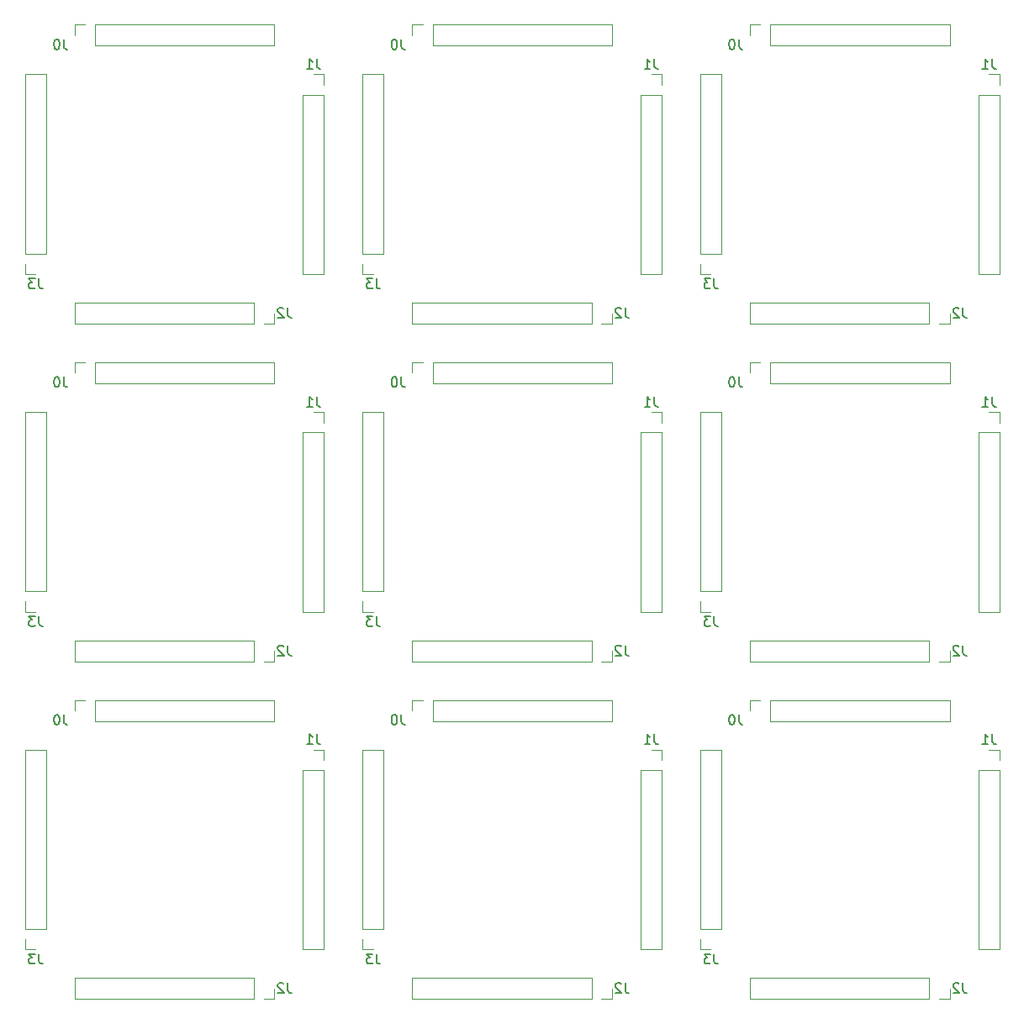
<source format=gbo>
G04 #@! TF.GenerationSoftware,KiCad,Pcbnew,(5.1.5)-3*
G04 #@! TF.CreationDate,2021-06-29T22:10:07+07:00*
G04 #@! TF.ProjectId,noname,6e6f6e61-6d65-42e6-9b69-6361645f7063,rev?*
G04 #@! TF.SameCoordinates,Original*
G04 #@! TF.FileFunction,Legend,Bot*
G04 #@! TF.FilePolarity,Positive*
%FSLAX46Y46*%
G04 Gerber Fmt 4.6, Leading zero omitted, Abs format (unit mm)*
G04 Created by KiCad (PCBNEW (5.1.5)-3) date 2021-06-29 22:10:07*
%MOMM*%
%LPD*%
G04 APERTURE LIST*
%ADD10C,0.120000*%
%ADD11C,0.150000*%
%ADD12C,0.600000*%
%ADD13R,1.450000X1.450000*%
%ADD14O,1.450000X1.450000*%
G04 APERTURE END LIST*
D10*
X153955200Y-126242600D02*
X153955200Y-127302600D01*
X155015200Y-126242600D02*
X153955200Y-126242600D01*
X156015200Y-126242600D02*
X156015200Y-128362600D01*
X156015200Y-128362600D02*
X174075200Y-128362600D01*
X156015200Y-126242600D02*
X174075200Y-126242600D01*
X174075200Y-126242600D02*
X174075200Y-128362600D01*
X119955200Y-126242600D02*
X119955200Y-127302600D01*
X121015200Y-126242600D02*
X119955200Y-126242600D01*
X122015200Y-126242600D02*
X122015200Y-128362600D01*
X122015200Y-128362600D02*
X140075200Y-128362600D01*
X122015200Y-126242600D02*
X140075200Y-126242600D01*
X140075200Y-126242600D02*
X140075200Y-128362600D01*
X85955200Y-126242600D02*
X85955200Y-127302600D01*
X87015200Y-126242600D02*
X85955200Y-126242600D01*
X88015200Y-126242600D02*
X88015200Y-128362600D01*
X88015200Y-128362600D02*
X106075200Y-128362600D01*
X88015200Y-126242600D02*
X106075200Y-126242600D01*
X106075200Y-126242600D02*
X106075200Y-128362600D01*
X153955200Y-92242600D02*
X153955200Y-93302600D01*
X155015200Y-92242600D02*
X153955200Y-92242600D01*
X156015200Y-92242600D02*
X156015200Y-94362600D01*
X156015200Y-94362600D02*
X174075200Y-94362600D01*
X156015200Y-92242600D02*
X174075200Y-92242600D01*
X174075200Y-92242600D02*
X174075200Y-94362600D01*
X119955200Y-92242600D02*
X119955200Y-93302600D01*
X121015200Y-92242600D02*
X119955200Y-92242600D01*
X122015200Y-92242600D02*
X122015200Y-94362600D01*
X122015200Y-94362600D02*
X140075200Y-94362600D01*
X122015200Y-92242600D02*
X140075200Y-92242600D01*
X140075200Y-92242600D02*
X140075200Y-94362600D01*
X85955200Y-92242600D02*
X85955200Y-93302600D01*
X87015200Y-92242600D02*
X85955200Y-92242600D01*
X88015200Y-92242600D02*
X88015200Y-94362600D01*
X88015200Y-94362600D02*
X106075200Y-94362600D01*
X88015200Y-92242600D02*
X106075200Y-92242600D01*
X106075200Y-92242600D02*
X106075200Y-94362600D01*
X153955200Y-58242600D02*
X153955200Y-59302600D01*
X155015200Y-58242600D02*
X153955200Y-58242600D01*
X156015200Y-58242600D02*
X156015200Y-60362600D01*
X156015200Y-60362600D02*
X174075200Y-60362600D01*
X156015200Y-58242600D02*
X174075200Y-58242600D01*
X174075200Y-58242600D02*
X174075200Y-60362600D01*
X119955200Y-58242600D02*
X119955200Y-59302600D01*
X121015200Y-58242600D02*
X119955200Y-58242600D01*
X122015200Y-58242600D02*
X122015200Y-60362600D01*
X122015200Y-60362600D02*
X140075200Y-60362600D01*
X122015200Y-58242600D02*
X140075200Y-58242600D01*
X140075200Y-58242600D02*
X140075200Y-60362600D01*
X153955200Y-156362600D02*
X153955200Y-154242600D01*
X172015200Y-156362600D02*
X153955200Y-156362600D01*
X172015200Y-154242600D02*
X153955200Y-154242600D01*
X172015200Y-156362600D02*
X172015200Y-154242600D01*
X173015200Y-156362600D02*
X174075200Y-156362600D01*
X174075200Y-156362600D02*
X174075200Y-155302600D01*
X119955200Y-156362600D02*
X119955200Y-154242600D01*
X138015200Y-156362600D02*
X119955200Y-156362600D01*
X138015200Y-154242600D02*
X119955200Y-154242600D01*
X138015200Y-156362600D02*
X138015200Y-154242600D01*
X139015200Y-156362600D02*
X140075200Y-156362600D01*
X140075200Y-156362600D02*
X140075200Y-155302600D01*
X85955200Y-156362600D02*
X85955200Y-154242600D01*
X104015200Y-156362600D02*
X85955200Y-156362600D01*
X104015200Y-154242600D02*
X85955200Y-154242600D01*
X104015200Y-156362600D02*
X104015200Y-154242600D01*
X105015200Y-156362600D02*
X106075200Y-156362600D01*
X106075200Y-156362600D02*
X106075200Y-155302600D01*
X153955200Y-122362600D02*
X153955200Y-120242600D01*
X172015200Y-122362600D02*
X153955200Y-122362600D01*
X172015200Y-120242600D02*
X153955200Y-120242600D01*
X172015200Y-122362600D02*
X172015200Y-120242600D01*
X173015200Y-122362600D02*
X174075200Y-122362600D01*
X174075200Y-122362600D02*
X174075200Y-121302600D01*
X119955200Y-122362600D02*
X119955200Y-120242600D01*
X138015200Y-122362600D02*
X119955200Y-122362600D01*
X138015200Y-120242600D02*
X119955200Y-120242600D01*
X138015200Y-122362600D02*
X138015200Y-120242600D01*
X139015200Y-122362600D02*
X140075200Y-122362600D01*
X140075200Y-122362600D02*
X140075200Y-121302600D01*
X85955200Y-122362600D02*
X85955200Y-120242600D01*
X104015200Y-122362600D02*
X85955200Y-122362600D01*
X104015200Y-120242600D02*
X85955200Y-120242600D01*
X104015200Y-122362600D02*
X104015200Y-120242600D01*
X105015200Y-122362600D02*
X106075200Y-122362600D01*
X106075200Y-122362600D02*
X106075200Y-121302600D01*
X153955200Y-88362600D02*
X153955200Y-86242600D01*
X172015200Y-88362600D02*
X153955200Y-88362600D01*
X172015200Y-86242600D02*
X153955200Y-86242600D01*
X172015200Y-88362600D02*
X172015200Y-86242600D01*
X173015200Y-88362600D02*
X174075200Y-88362600D01*
X174075200Y-88362600D02*
X174075200Y-87302600D01*
X119955200Y-88362600D02*
X119955200Y-86242600D01*
X138015200Y-88362600D02*
X119955200Y-88362600D01*
X138015200Y-86242600D02*
X119955200Y-86242600D01*
X138015200Y-88362600D02*
X138015200Y-86242600D01*
X139015200Y-88362600D02*
X140075200Y-88362600D01*
X140075200Y-88362600D02*
X140075200Y-87302600D01*
X148955200Y-151362600D02*
X150015200Y-151362600D01*
X148955200Y-150302600D02*
X148955200Y-151362600D01*
X148955200Y-149302600D02*
X151075200Y-149302600D01*
X151075200Y-149302600D02*
X151075200Y-131242600D01*
X148955200Y-149302600D02*
X148955200Y-131242600D01*
X148955200Y-131242600D02*
X151075200Y-131242600D01*
X114955200Y-151362600D02*
X116015200Y-151362600D01*
X114955200Y-150302600D02*
X114955200Y-151362600D01*
X114955200Y-149302600D02*
X117075200Y-149302600D01*
X117075200Y-149302600D02*
X117075200Y-131242600D01*
X114955200Y-149302600D02*
X114955200Y-131242600D01*
X114955200Y-131242600D02*
X117075200Y-131242600D01*
X80955200Y-151362600D02*
X82015200Y-151362600D01*
X80955200Y-150302600D02*
X80955200Y-151362600D01*
X80955200Y-149302600D02*
X83075200Y-149302600D01*
X83075200Y-149302600D02*
X83075200Y-131242600D01*
X80955200Y-149302600D02*
X80955200Y-131242600D01*
X80955200Y-131242600D02*
X83075200Y-131242600D01*
X148955200Y-117362600D02*
X150015200Y-117362600D01*
X148955200Y-116302600D02*
X148955200Y-117362600D01*
X148955200Y-115302600D02*
X151075200Y-115302600D01*
X151075200Y-115302600D02*
X151075200Y-97242600D01*
X148955200Y-115302600D02*
X148955200Y-97242600D01*
X148955200Y-97242600D02*
X151075200Y-97242600D01*
X114955200Y-117362600D02*
X116015200Y-117362600D01*
X114955200Y-116302600D02*
X114955200Y-117362600D01*
X114955200Y-115302600D02*
X117075200Y-115302600D01*
X117075200Y-115302600D02*
X117075200Y-97242600D01*
X114955200Y-115302600D02*
X114955200Y-97242600D01*
X114955200Y-97242600D02*
X117075200Y-97242600D01*
X80955200Y-117362600D02*
X82015200Y-117362600D01*
X80955200Y-116302600D02*
X80955200Y-117362600D01*
X80955200Y-115302600D02*
X83075200Y-115302600D01*
X83075200Y-115302600D02*
X83075200Y-97242600D01*
X80955200Y-115302600D02*
X80955200Y-97242600D01*
X80955200Y-97242600D02*
X83075200Y-97242600D01*
X148955200Y-83362600D02*
X150015200Y-83362600D01*
X148955200Y-82302600D02*
X148955200Y-83362600D01*
X148955200Y-81302600D02*
X151075200Y-81302600D01*
X151075200Y-81302600D02*
X151075200Y-63242600D01*
X148955200Y-81302600D02*
X148955200Y-63242600D01*
X148955200Y-63242600D02*
X151075200Y-63242600D01*
X114955200Y-83362600D02*
X116015200Y-83362600D01*
X114955200Y-82302600D02*
X114955200Y-83362600D01*
X114955200Y-81302600D02*
X117075200Y-81302600D01*
X117075200Y-81302600D02*
X117075200Y-63242600D01*
X114955200Y-81302600D02*
X114955200Y-63242600D01*
X114955200Y-63242600D02*
X117075200Y-63242600D01*
X179075200Y-131242600D02*
X178015200Y-131242600D01*
X179075200Y-132302600D02*
X179075200Y-131242600D01*
X179075200Y-133302600D02*
X176955200Y-133302600D01*
X176955200Y-133302600D02*
X176955200Y-151362600D01*
X179075200Y-133302600D02*
X179075200Y-151362600D01*
X179075200Y-151362600D02*
X176955200Y-151362600D01*
X145075200Y-131242600D02*
X144015200Y-131242600D01*
X145075200Y-132302600D02*
X145075200Y-131242600D01*
X145075200Y-133302600D02*
X142955200Y-133302600D01*
X142955200Y-133302600D02*
X142955200Y-151362600D01*
X145075200Y-133302600D02*
X145075200Y-151362600D01*
X145075200Y-151362600D02*
X142955200Y-151362600D01*
X111075200Y-131242600D02*
X110015200Y-131242600D01*
X111075200Y-132302600D02*
X111075200Y-131242600D01*
X111075200Y-133302600D02*
X108955200Y-133302600D01*
X108955200Y-133302600D02*
X108955200Y-151362600D01*
X111075200Y-133302600D02*
X111075200Y-151362600D01*
X111075200Y-151362600D02*
X108955200Y-151362600D01*
X179075200Y-97242600D02*
X178015200Y-97242600D01*
X179075200Y-98302600D02*
X179075200Y-97242600D01*
X179075200Y-99302600D02*
X176955200Y-99302600D01*
X176955200Y-99302600D02*
X176955200Y-117362600D01*
X179075200Y-99302600D02*
X179075200Y-117362600D01*
X179075200Y-117362600D02*
X176955200Y-117362600D01*
X145075200Y-97242600D02*
X144015200Y-97242600D01*
X145075200Y-98302600D02*
X145075200Y-97242600D01*
X145075200Y-99302600D02*
X142955200Y-99302600D01*
X142955200Y-99302600D02*
X142955200Y-117362600D01*
X145075200Y-99302600D02*
X145075200Y-117362600D01*
X145075200Y-117362600D02*
X142955200Y-117362600D01*
X111075200Y-97242600D02*
X110015200Y-97242600D01*
X111075200Y-98302600D02*
X111075200Y-97242600D01*
X111075200Y-99302600D02*
X108955200Y-99302600D01*
X108955200Y-99302600D02*
X108955200Y-117362600D01*
X111075200Y-99302600D02*
X111075200Y-117362600D01*
X111075200Y-117362600D02*
X108955200Y-117362600D01*
X179075200Y-63242600D02*
X178015200Y-63242600D01*
X179075200Y-64302600D02*
X179075200Y-63242600D01*
X179075200Y-65302600D02*
X176955200Y-65302600D01*
X176955200Y-65302600D02*
X176955200Y-83362600D01*
X179075200Y-65302600D02*
X179075200Y-83362600D01*
X179075200Y-83362600D02*
X176955200Y-83362600D01*
X145075200Y-63242600D02*
X144015200Y-63242600D01*
X145075200Y-64302600D02*
X145075200Y-63242600D01*
X145075200Y-65302600D02*
X142955200Y-65302600D01*
X142955200Y-65302600D02*
X142955200Y-83362600D01*
X145075200Y-65302600D02*
X145075200Y-83362600D01*
X145075200Y-83362600D02*
X142955200Y-83362600D01*
X111075200Y-83362600D02*
X108955200Y-83362600D01*
X111075200Y-65302600D02*
X111075200Y-83362600D01*
X108955200Y-65302600D02*
X108955200Y-83362600D01*
X111075200Y-65302600D02*
X108955200Y-65302600D01*
X111075200Y-64302600D02*
X111075200Y-63242600D01*
X111075200Y-63242600D02*
X110015200Y-63242600D01*
X80955200Y-63242600D02*
X83075200Y-63242600D01*
X80955200Y-81302600D02*
X80955200Y-63242600D01*
X83075200Y-81302600D02*
X83075200Y-63242600D01*
X80955200Y-81302600D02*
X83075200Y-81302600D01*
X80955200Y-82302600D02*
X80955200Y-83362600D01*
X80955200Y-83362600D02*
X82015200Y-83362600D01*
X106075200Y-88362600D02*
X106075200Y-87302600D01*
X105015200Y-88362600D02*
X106075200Y-88362600D01*
X104015200Y-88362600D02*
X104015200Y-86242600D01*
X104015200Y-86242600D02*
X85955200Y-86242600D01*
X104015200Y-88362600D02*
X85955200Y-88362600D01*
X85955200Y-88362600D02*
X85955200Y-86242600D01*
X106075200Y-58242600D02*
X106075200Y-60362600D01*
X88015200Y-58242600D02*
X106075200Y-58242600D01*
X88015200Y-60362600D02*
X106075200Y-60362600D01*
X88015200Y-58242600D02*
X88015200Y-60362600D01*
X87015200Y-58242600D02*
X85955200Y-58242600D01*
X85955200Y-58242600D02*
X85955200Y-59302600D01*
D11*
X152858533Y-127724980D02*
X152858533Y-128439266D01*
X152906152Y-128582123D01*
X153001390Y-128677361D01*
X153144247Y-128724980D01*
X153239485Y-128724980D01*
X152191866Y-127724980D02*
X152096628Y-127724980D01*
X152001390Y-127772600D01*
X151953771Y-127820219D01*
X151906152Y-127915457D01*
X151858533Y-128105933D01*
X151858533Y-128344028D01*
X151906152Y-128534504D01*
X151953771Y-128629742D01*
X152001390Y-128677361D01*
X152096628Y-128724980D01*
X152191866Y-128724980D01*
X152287104Y-128677361D01*
X152334723Y-128629742D01*
X152382342Y-128534504D01*
X152429961Y-128344028D01*
X152429961Y-128105933D01*
X152382342Y-127915457D01*
X152334723Y-127820219D01*
X152287104Y-127772600D01*
X152191866Y-127724980D01*
X118858533Y-127724980D02*
X118858533Y-128439266D01*
X118906152Y-128582123D01*
X119001390Y-128677361D01*
X119144247Y-128724980D01*
X119239485Y-128724980D01*
X118191866Y-127724980D02*
X118096628Y-127724980D01*
X118001390Y-127772600D01*
X117953771Y-127820219D01*
X117906152Y-127915457D01*
X117858533Y-128105933D01*
X117858533Y-128344028D01*
X117906152Y-128534504D01*
X117953771Y-128629742D01*
X118001390Y-128677361D01*
X118096628Y-128724980D01*
X118191866Y-128724980D01*
X118287104Y-128677361D01*
X118334723Y-128629742D01*
X118382342Y-128534504D01*
X118429961Y-128344028D01*
X118429961Y-128105933D01*
X118382342Y-127915457D01*
X118334723Y-127820219D01*
X118287104Y-127772600D01*
X118191866Y-127724980D01*
X84858533Y-127724980D02*
X84858533Y-128439266D01*
X84906152Y-128582123D01*
X85001390Y-128677361D01*
X85144247Y-128724980D01*
X85239485Y-128724980D01*
X84191866Y-127724980D02*
X84096628Y-127724980D01*
X84001390Y-127772600D01*
X83953771Y-127820219D01*
X83906152Y-127915457D01*
X83858533Y-128105933D01*
X83858533Y-128344028D01*
X83906152Y-128534504D01*
X83953771Y-128629742D01*
X84001390Y-128677361D01*
X84096628Y-128724980D01*
X84191866Y-128724980D01*
X84287104Y-128677361D01*
X84334723Y-128629742D01*
X84382342Y-128534504D01*
X84429961Y-128344028D01*
X84429961Y-128105933D01*
X84382342Y-127915457D01*
X84334723Y-127820219D01*
X84287104Y-127772600D01*
X84191866Y-127724980D01*
X152858533Y-93724980D02*
X152858533Y-94439266D01*
X152906152Y-94582123D01*
X153001390Y-94677361D01*
X153144247Y-94724980D01*
X153239485Y-94724980D01*
X152191866Y-93724980D02*
X152096628Y-93724980D01*
X152001390Y-93772600D01*
X151953771Y-93820219D01*
X151906152Y-93915457D01*
X151858533Y-94105933D01*
X151858533Y-94344028D01*
X151906152Y-94534504D01*
X151953771Y-94629742D01*
X152001390Y-94677361D01*
X152096628Y-94724980D01*
X152191866Y-94724980D01*
X152287104Y-94677361D01*
X152334723Y-94629742D01*
X152382342Y-94534504D01*
X152429961Y-94344028D01*
X152429961Y-94105933D01*
X152382342Y-93915457D01*
X152334723Y-93820219D01*
X152287104Y-93772600D01*
X152191866Y-93724980D01*
X118858533Y-93724980D02*
X118858533Y-94439266D01*
X118906152Y-94582123D01*
X119001390Y-94677361D01*
X119144247Y-94724980D01*
X119239485Y-94724980D01*
X118191866Y-93724980D02*
X118096628Y-93724980D01*
X118001390Y-93772600D01*
X117953771Y-93820219D01*
X117906152Y-93915457D01*
X117858533Y-94105933D01*
X117858533Y-94344028D01*
X117906152Y-94534504D01*
X117953771Y-94629742D01*
X118001390Y-94677361D01*
X118096628Y-94724980D01*
X118191866Y-94724980D01*
X118287104Y-94677361D01*
X118334723Y-94629742D01*
X118382342Y-94534504D01*
X118429961Y-94344028D01*
X118429961Y-94105933D01*
X118382342Y-93915457D01*
X118334723Y-93820219D01*
X118287104Y-93772600D01*
X118191866Y-93724980D01*
X84858533Y-93724980D02*
X84858533Y-94439266D01*
X84906152Y-94582123D01*
X85001390Y-94677361D01*
X85144247Y-94724980D01*
X85239485Y-94724980D01*
X84191866Y-93724980D02*
X84096628Y-93724980D01*
X84001390Y-93772600D01*
X83953771Y-93820219D01*
X83906152Y-93915457D01*
X83858533Y-94105933D01*
X83858533Y-94344028D01*
X83906152Y-94534504D01*
X83953771Y-94629742D01*
X84001390Y-94677361D01*
X84096628Y-94724980D01*
X84191866Y-94724980D01*
X84287104Y-94677361D01*
X84334723Y-94629742D01*
X84382342Y-94534504D01*
X84429961Y-94344028D01*
X84429961Y-94105933D01*
X84382342Y-93915457D01*
X84334723Y-93820219D01*
X84287104Y-93772600D01*
X84191866Y-93724980D01*
X152858533Y-59724980D02*
X152858533Y-60439266D01*
X152906152Y-60582123D01*
X153001390Y-60677361D01*
X153144247Y-60724980D01*
X153239485Y-60724980D01*
X152191866Y-59724980D02*
X152096628Y-59724980D01*
X152001390Y-59772600D01*
X151953771Y-59820219D01*
X151906152Y-59915457D01*
X151858533Y-60105933D01*
X151858533Y-60344028D01*
X151906152Y-60534504D01*
X151953771Y-60629742D01*
X152001390Y-60677361D01*
X152096628Y-60724980D01*
X152191866Y-60724980D01*
X152287104Y-60677361D01*
X152334723Y-60629742D01*
X152382342Y-60534504D01*
X152429961Y-60344028D01*
X152429961Y-60105933D01*
X152382342Y-59915457D01*
X152334723Y-59820219D01*
X152287104Y-59772600D01*
X152191866Y-59724980D01*
X118858533Y-59724980D02*
X118858533Y-60439266D01*
X118906152Y-60582123D01*
X119001390Y-60677361D01*
X119144247Y-60724980D01*
X119239485Y-60724980D01*
X118191866Y-59724980D02*
X118096628Y-59724980D01*
X118001390Y-59772600D01*
X117953771Y-59820219D01*
X117906152Y-59915457D01*
X117858533Y-60105933D01*
X117858533Y-60344028D01*
X117906152Y-60534504D01*
X117953771Y-60629742D01*
X118001390Y-60677361D01*
X118096628Y-60724980D01*
X118191866Y-60724980D01*
X118287104Y-60677361D01*
X118334723Y-60629742D01*
X118382342Y-60534504D01*
X118429961Y-60344028D01*
X118429961Y-60105933D01*
X118382342Y-59915457D01*
X118334723Y-59820219D01*
X118287104Y-59772600D01*
X118191866Y-59724980D01*
X175408533Y-154754980D02*
X175408533Y-155469266D01*
X175456152Y-155612123D01*
X175551390Y-155707361D01*
X175694247Y-155754980D01*
X175789485Y-155754980D01*
X174979961Y-154850219D02*
X174932342Y-154802600D01*
X174837104Y-154754980D01*
X174599009Y-154754980D01*
X174503771Y-154802600D01*
X174456152Y-154850219D01*
X174408533Y-154945457D01*
X174408533Y-155040695D01*
X174456152Y-155183552D01*
X175027580Y-155754980D01*
X174408533Y-155754980D01*
X141408533Y-154754980D02*
X141408533Y-155469266D01*
X141456152Y-155612123D01*
X141551390Y-155707361D01*
X141694247Y-155754980D01*
X141789485Y-155754980D01*
X140979961Y-154850219D02*
X140932342Y-154802600D01*
X140837104Y-154754980D01*
X140599009Y-154754980D01*
X140503771Y-154802600D01*
X140456152Y-154850219D01*
X140408533Y-154945457D01*
X140408533Y-155040695D01*
X140456152Y-155183552D01*
X141027580Y-155754980D01*
X140408533Y-155754980D01*
X107408533Y-154754980D02*
X107408533Y-155469266D01*
X107456152Y-155612123D01*
X107551390Y-155707361D01*
X107694247Y-155754980D01*
X107789485Y-155754980D01*
X106979961Y-154850219D02*
X106932342Y-154802600D01*
X106837104Y-154754980D01*
X106599009Y-154754980D01*
X106503771Y-154802600D01*
X106456152Y-154850219D01*
X106408533Y-154945457D01*
X106408533Y-155040695D01*
X106456152Y-155183552D01*
X107027580Y-155754980D01*
X106408533Y-155754980D01*
X175408533Y-120754980D02*
X175408533Y-121469266D01*
X175456152Y-121612123D01*
X175551390Y-121707361D01*
X175694247Y-121754980D01*
X175789485Y-121754980D01*
X174979961Y-120850219D02*
X174932342Y-120802600D01*
X174837104Y-120754980D01*
X174599009Y-120754980D01*
X174503771Y-120802600D01*
X174456152Y-120850219D01*
X174408533Y-120945457D01*
X174408533Y-121040695D01*
X174456152Y-121183552D01*
X175027580Y-121754980D01*
X174408533Y-121754980D01*
X141408533Y-120754980D02*
X141408533Y-121469266D01*
X141456152Y-121612123D01*
X141551390Y-121707361D01*
X141694247Y-121754980D01*
X141789485Y-121754980D01*
X140979961Y-120850219D02*
X140932342Y-120802600D01*
X140837104Y-120754980D01*
X140599009Y-120754980D01*
X140503771Y-120802600D01*
X140456152Y-120850219D01*
X140408533Y-120945457D01*
X140408533Y-121040695D01*
X140456152Y-121183552D01*
X141027580Y-121754980D01*
X140408533Y-121754980D01*
X107408533Y-120754980D02*
X107408533Y-121469266D01*
X107456152Y-121612123D01*
X107551390Y-121707361D01*
X107694247Y-121754980D01*
X107789485Y-121754980D01*
X106979961Y-120850219D02*
X106932342Y-120802600D01*
X106837104Y-120754980D01*
X106599009Y-120754980D01*
X106503771Y-120802600D01*
X106456152Y-120850219D01*
X106408533Y-120945457D01*
X106408533Y-121040695D01*
X106456152Y-121183552D01*
X107027580Y-121754980D01*
X106408533Y-121754980D01*
X175408533Y-86754980D02*
X175408533Y-87469266D01*
X175456152Y-87612123D01*
X175551390Y-87707361D01*
X175694247Y-87754980D01*
X175789485Y-87754980D01*
X174979961Y-86850219D02*
X174932342Y-86802600D01*
X174837104Y-86754980D01*
X174599009Y-86754980D01*
X174503771Y-86802600D01*
X174456152Y-86850219D01*
X174408533Y-86945457D01*
X174408533Y-87040695D01*
X174456152Y-87183552D01*
X175027580Y-87754980D01*
X174408533Y-87754980D01*
X141408533Y-86754980D02*
X141408533Y-87469266D01*
X141456152Y-87612123D01*
X141551390Y-87707361D01*
X141694247Y-87754980D01*
X141789485Y-87754980D01*
X140979961Y-86850219D02*
X140932342Y-86802600D01*
X140837104Y-86754980D01*
X140599009Y-86754980D01*
X140503771Y-86802600D01*
X140456152Y-86850219D01*
X140408533Y-86945457D01*
X140408533Y-87040695D01*
X140456152Y-87183552D01*
X141027580Y-87754980D01*
X140408533Y-87754980D01*
X150348533Y-151814980D02*
X150348533Y-152529266D01*
X150396152Y-152672123D01*
X150491390Y-152767361D01*
X150634247Y-152814980D01*
X150729485Y-152814980D01*
X149967580Y-151814980D02*
X149348533Y-151814980D01*
X149681866Y-152195933D01*
X149539009Y-152195933D01*
X149443771Y-152243552D01*
X149396152Y-152291171D01*
X149348533Y-152386409D01*
X149348533Y-152624504D01*
X149396152Y-152719742D01*
X149443771Y-152767361D01*
X149539009Y-152814980D01*
X149824723Y-152814980D01*
X149919961Y-152767361D01*
X149967580Y-152719742D01*
X116348533Y-151814980D02*
X116348533Y-152529266D01*
X116396152Y-152672123D01*
X116491390Y-152767361D01*
X116634247Y-152814980D01*
X116729485Y-152814980D01*
X115967580Y-151814980D02*
X115348533Y-151814980D01*
X115681866Y-152195933D01*
X115539009Y-152195933D01*
X115443771Y-152243552D01*
X115396152Y-152291171D01*
X115348533Y-152386409D01*
X115348533Y-152624504D01*
X115396152Y-152719742D01*
X115443771Y-152767361D01*
X115539009Y-152814980D01*
X115824723Y-152814980D01*
X115919961Y-152767361D01*
X115967580Y-152719742D01*
X82348533Y-151814980D02*
X82348533Y-152529266D01*
X82396152Y-152672123D01*
X82491390Y-152767361D01*
X82634247Y-152814980D01*
X82729485Y-152814980D01*
X81967580Y-151814980D02*
X81348533Y-151814980D01*
X81681866Y-152195933D01*
X81539009Y-152195933D01*
X81443771Y-152243552D01*
X81396152Y-152291171D01*
X81348533Y-152386409D01*
X81348533Y-152624504D01*
X81396152Y-152719742D01*
X81443771Y-152767361D01*
X81539009Y-152814980D01*
X81824723Y-152814980D01*
X81919961Y-152767361D01*
X81967580Y-152719742D01*
X150348533Y-117814980D02*
X150348533Y-118529266D01*
X150396152Y-118672123D01*
X150491390Y-118767361D01*
X150634247Y-118814980D01*
X150729485Y-118814980D01*
X149967580Y-117814980D02*
X149348533Y-117814980D01*
X149681866Y-118195933D01*
X149539009Y-118195933D01*
X149443771Y-118243552D01*
X149396152Y-118291171D01*
X149348533Y-118386409D01*
X149348533Y-118624504D01*
X149396152Y-118719742D01*
X149443771Y-118767361D01*
X149539009Y-118814980D01*
X149824723Y-118814980D01*
X149919961Y-118767361D01*
X149967580Y-118719742D01*
X116348533Y-117814980D02*
X116348533Y-118529266D01*
X116396152Y-118672123D01*
X116491390Y-118767361D01*
X116634247Y-118814980D01*
X116729485Y-118814980D01*
X115967580Y-117814980D02*
X115348533Y-117814980D01*
X115681866Y-118195933D01*
X115539009Y-118195933D01*
X115443771Y-118243552D01*
X115396152Y-118291171D01*
X115348533Y-118386409D01*
X115348533Y-118624504D01*
X115396152Y-118719742D01*
X115443771Y-118767361D01*
X115539009Y-118814980D01*
X115824723Y-118814980D01*
X115919961Y-118767361D01*
X115967580Y-118719742D01*
X82348533Y-117814980D02*
X82348533Y-118529266D01*
X82396152Y-118672123D01*
X82491390Y-118767361D01*
X82634247Y-118814980D01*
X82729485Y-118814980D01*
X81967580Y-117814980D02*
X81348533Y-117814980D01*
X81681866Y-118195933D01*
X81539009Y-118195933D01*
X81443771Y-118243552D01*
X81396152Y-118291171D01*
X81348533Y-118386409D01*
X81348533Y-118624504D01*
X81396152Y-118719742D01*
X81443771Y-118767361D01*
X81539009Y-118814980D01*
X81824723Y-118814980D01*
X81919961Y-118767361D01*
X81967580Y-118719742D01*
X150348533Y-83814980D02*
X150348533Y-84529266D01*
X150396152Y-84672123D01*
X150491390Y-84767361D01*
X150634247Y-84814980D01*
X150729485Y-84814980D01*
X149967580Y-83814980D02*
X149348533Y-83814980D01*
X149681866Y-84195933D01*
X149539009Y-84195933D01*
X149443771Y-84243552D01*
X149396152Y-84291171D01*
X149348533Y-84386409D01*
X149348533Y-84624504D01*
X149396152Y-84719742D01*
X149443771Y-84767361D01*
X149539009Y-84814980D01*
X149824723Y-84814980D01*
X149919961Y-84767361D01*
X149967580Y-84719742D01*
X116348533Y-83814980D02*
X116348533Y-84529266D01*
X116396152Y-84672123D01*
X116491390Y-84767361D01*
X116634247Y-84814980D01*
X116729485Y-84814980D01*
X115967580Y-83814980D02*
X115348533Y-83814980D01*
X115681866Y-84195933D01*
X115539009Y-84195933D01*
X115443771Y-84243552D01*
X115396152Y-84291171D01*
X115348533Y-84386409D01*
X115348533Y-84624504D01*
X115396152Y-84719742D01*
X115443771Y-84767361D01*
X115539009Y-84814980D01*
X115824723Y-84814980D01*
X115919961Y-84767361D01*
X115967580Y-84719742D01*
X178348533Y-129694980D02*
X178348533Y-130409266D01*
X178396152Y-130552123D01*
X178491390Y-130647361D01*
X178634247Y-130694980D01*
X178729485Y-130694980D01*
X177348533Y-130694980D02*
X177919961Y-130694980D01*
X177634247Y-130694980D02*
X177634247Y-129694980D01*
X177729485Y-129837838D01*
X177824723Y-129933076D01*
X177919961Y-129980695D01*
X144348533Y-129694980D02*
X144348533Y-130409266D01*
X144396152Y-130552123D01*
X144491390Y-130647361D01*
X144634247Y-130694980D01*
X144729485Y-130694980D01*
X143348533Y-130694980D02*
X143919961Y-130694980D01*
X143634247Y-130694980D02*
X143634247Y-129694980D01*
X143729485Y-129837838D01*
X143824723Y-129933076D01*
X143919961Y-129980695D01*
X110348533Y-129694980D02*
X110348533Y-130409266D01*
X110396152Y-130552123D01*
X110491390Y-130647361D01*
X110634247Y-130694980D01*
X110729485Y-130694980D01*
X109348533Y-130694980D02*
X109919961Y-130694980D01*
X109634247Y-130694980D02*
X109634247Y-129694980D01*
X109729485Y-129837838D01*
X109824723Y-129933076D01*
X109919961Y-129980695D01*
X178348533Y-95694980D02*
X178348533Y-96409266D01*
X178396152Y-96552123D01*
X178491390Y-96647361D01*
X178634247Y-96694980D01*
X178729485Y-96694980D01*
X177348533Y-96694980D02*
X177919961Y-96694980D01*
X177634247Y-96694980D02*
X177634247Y-95694980D01*
X177729485Y-95837838D01*
X177824723Y-95933076D01*
X177919961Y-95980695D01*
X144348533Y-95694980D02*
X144348533Y-96409266D01*
X144396152Y-96552123D01*
X144491390Y-96647361D01*
X144634247Y-96694980D01*
X144729485Y-96694980D01*
X143348533Y-96694980D02*
X143919961Y-96694980D01*
X143634247Y-96694980D02*
X143634247Y-95694980D01*
X143729485Y-95837838D01*
X143824723Y-95933076D01*
X143919961Y-95980695D01*
X110348533Y-95694980D02*
X110348533Y-96409266D01*
X110396152Y-96552123D01*
X110491390Y-96647361D01*
X110634247Y-96694980D01*
X110729485Y-96694980D01*
X109348533Y-96694980D02*
X109919961Y-96694980D01*
X109634247Y-96694980D02*
X109634247Y-95694980D01*
X109729485Y-95837838D01*
X109824723Y-95933076D01*
X109919961Y-95980695D01*
X178348533Y-61694980D02*
X178348533Y-62409266D01*
X178396152Y-62552123D01*
X178491390Y-62647361D01*
X178634247Y-62694980D01*
X178729485Y-62694980D01*
X177348533Y-62694980D02*
X177919961Y-62694980D01*
X177634247Y-62694980D02*
X177634247Y-61694980D01*
X177729485Y-61837838D01*
X177824723Y-61933076D01*
X177919961Y-61980695D01*
X144348533Y-61694980D02*
X144348533Y-62409266D01*
X144396152Y-62552123D01*
X144491390Y-62647361D01*
X144634247Y-62694980D01*
X144729485Y-62694980D01*
X143348533Y-62694980D02*
X143919961Y-62694980D01*
X143634247Y-62694980D02*
X143634247Y-61694980D01*
X143729485Y-61837838D01*
X143824723Y-61933076D01*
X143919961Y-61980695D01*
X110348533Y-61694980D02*
X110348533Y-62409266D01*
X110396152Y-62552123D01*
X110491390Y-62647361D01*
X110634247Y-62694980D01*
X110729485Y-62694980D01*
X109348533Y-62694980D02*
X109919961Y-62694980D01*
X109634247Y-62694980D02*
X109634247Y-61694980D01*
X109729485Y-61837838D01*
X109824723Y-61933076D01*
X109919961Y-61980695D01*
X82348533Y-83814980D02*
X82348533Y-84529266D01*
X82396152Y-84672123D01*
X82491390Y-84767361D01*
X82634247Y-84814980D01*
X82729485Y-84814980D01*
X81967580Y-83814980D02*
X81348533Y-83814980D01*
X81681866Y-84195933D01*
X81539009Y-84195933D01*
X81443771Y-84243552D01*
X81396152Y-84291171D01*
X81348533Y-84386409D01*
X81348533Y-84624504D01*
X81396152Y-84719742D01*
X81443771Y-84767361D01*
X81539009Y-84814980D01*
X81824723Y-84814980D01*
X81919961Y-84767361D01*
X81967580Y-84719742D01*
X107408533Y-86754980D02*
X107408533Y-87469266D01*
X107456152Y-87612123D01*
X107551390Y-87707361D01*
X107694247Y-87754980D01*
X107789485Y-87754980D01*
X106979961Y-86850219D02*
X106932342Y-86802600D01*
X106837104Y-86754980D01*
X106599009Y-86754980D01*
X106503771Y-86802600D01*
X106456152Y-86850219D01*
X106408533Y-86945457D01*
X106408533Y-87040695D01*
X106456152Y-87183552D01*
X107027580Y-87754980D01*
X106408533Y-87754980D01*
X84858533Y-59724980D02*
X84858533Y-60439266D01*
X84906152Y-60582123D01*
X85001390Y-60677361D01*
X85144247Y-60724980D01*
X85239485Y-60724980D01*
X84191866Y-59724980D02*
X84096628Y-59724980D01*
X84001390Y-59772600D01*
X83953771Y-59820219D01*
X83906152Y-59915457D01*
X83858533Y-60105933D01*
X83858533Y-60344028D01*
X83906152Y-60534504D01*
X83953771Y-60629742D01*
X84001390Y-60677361D01*
X84096628Y-60724980D01*
X84191866Y-60724980D01*
X84287104Y-60677361D01*
X84334723Y-60629742D01*
X84382342Y-60534504D01*
X84429961Y-60344028D01*
X84429961Y-60105933D01*
X84382342Y-59915457D01*
X84334723Y-59820219D01*
X84287104Y-59772600D01*
X84191866Y-59724980D01*
%LPC*%
D12*
X163262540Y-123535960D03*
X164762540Y-123535960D03*
X164762540Y-125035960D03*
X163262540Y-125035960D03*
X164012540Y-123535960D03*
X164012540Y-125035960D03*
X129262540Y-123535960D03*
X130762540Y-123535960D03*
X130762540Y-125035960D03*
X129262540Y-125035960D03*
X130012540Y-123535960D03*
X130012540Y-125035960D03*
X95262540Y-123535960D03*
X96762540Y-123535960D03*
X96762540Y-125035960D03*
X95262540Y-125035960D03*
X96012540Y-123535960D03*
X96012540Y-125035960D03*
X163262540Y-89535960D03*
X164762540Y-89535960D03*
X164762540Y-91035960D03*
X163262540Y-91035960D03*
X164012540Y-89535960D03*
X164012540Y-91035960D03*
X129262540Y-89535960D03*
X130762540Y-89535960D03*
X130762540Y-91035960D03*
X129262540Y-91035960D03*
X130012540Y-89535960D03*
X130012540Y-91035960D03*
X95262540Y-89535960D03*
X96762540Y-89535960D03*
X96762540Y-91035960D03*
X95262540Y-91035960D03*
X96012540Y-89535960D03*
X96012540Y-91035960D03*
X163262540Y-123571960D03*
X164762540Y-123571960D03*
X164762540Y-125071960D03*
X163262540Y-125071960D03*
X164012540Y-123571960D03*
X164012540Y-125071960D03*
X129262540Y-123571960D03*
X130762540Y-123571960D03*
X130762540Y-125071960D03*
X129262540Y-125071960D03*
X130012540Y-123571960D03*
X130012540Y-125071960D03*
X95262540Y-123571960D03*
X96762540Y-123571960D03*
X96762540Y-125071960D03*
X95262540Y-125071960D03*
X96012540Y-123571960D03*
X96012540Y-125071960D03*
X163262540Y-89571960D03*
X164762540Y-89571960D03*
X164762540Y-91071960D03*
X163262540Y-91071960D03*
X164012540Y-89571960D03*
X164012540Y-91071960D03*
X129262540Y-89571960D03*
X130762540Y-89571960D03*
X130762540Y-91071960D03*
X129262540Y-91071960D03*
X130012540Y-89571960D03*
X130012540Y-91071960D03*
X95262540Y-89571960D03*
X96762540Y-89571960D03*
X96762540Y-91071960D03*
X95262540Y-91071960D03*
X96012540Y-89571960D03*
X96012540Y-91071960D03*
X163262540Y-123535960D03*
X164762540Y-123535960D03*
X164762540Y-125035960D03*
X163262540Y-125035960D03*
X164012540Y-123535960D03*
X164012540Y-125035960D03*
X129262540Y-123535960D03*
X130762540Y-123535960D03*
X130762540Y-125035960D03*
X129262540Y-125035960D03*
X130012540Y-123535960D03*
X130012540Y-125035960D03*
X95262540Y-123535960D03*
X96762540Y-123535960D03*
X96762540Y-125035960D03*
X95262540Y-125035960D03*
X96012540Y-123535960D03*
X96012540Y-125035960D03*
X163262540Y-89535960D03*
X164762540Y-89535960D03*
X164762540Y-91035960D03*
X163262540Y-91035960D03*
X164012540Y-89535960D03*
X164012540Y-91035960D03*
X129262540Y-89535960D03*
X130762540Y-89535960D03*
X130762540Y-91035960D03*
X129262540Y-91035960D03*
X130012540Y-89535960D03*
X130012540Y-91035960D03*
X95262540Y-89535960D03*
X96762540Y-89535960D03*
X96762540Y-91035960D03*
X95262540Y-91035960D03*
X96012540Y-89535960D03*
X96012540Y-91035960D03*
D13*
X155015200Y-127302600D03*
D14*
X157015200Y-127302600D03*
X159015200Y-127302600D03*
X161015200Y-127302600D03*
X163015200Y-127302600D03*
X165015200Y-127302600D03*
X167015200Y-127302600D03*
X169015200Y-127302600D03*
X171015200Y-127302600D03*
X173015200Y-127302600D03*
D13*
X121015200Y-127302600D03*
D14*
X123015200Y-127302600D03*
X125015200Y-127302600D03*
X127015200Y-127302600D03*
X129015200Y-127302600D03*
X131015200Y-127302600D03*
X133015200Y-127302600D03*
X135015200Y-127302600D03*
X137015200Y-127302600D03*
X139015200Y-127302600D03*
D13*
X87015200Y-127302600D03*
D14*
X89015200Y-127302600D03*
X91015200Y-127302600D03*
X93015200Y-127302600D03*
X95015200Y-127302600D03*
X97015200Y-127302600D03*
X99015200Y-127302600D03*
X101015200Y-127302600D03*
X103015200Y-127302600D03*
X105015200Y-127302600D03*
D13*
X155015200Y-93302600D03*
D14*
X157015200Y-93302600D03*
X159015200Y-93302600D03*
X161015200Y-93302600D03*
X163015200Y-93302600D03*
X165015200Y-93302600D03*
X167015200Y-93302600D03*
X169015200Y-93302600D03*
X171015200Y-93302600D03*
X173015200Y-93302600D03*
D13*
X121015200Y-93302600D03*
D14*
X123015200Y-93302600D03*
X125015200Y-93302600D03*
X127015200Y-93302600D03*
X129015200Y-93302600D03*
X131015200Y-93302600D03*
X133015200Y-93302600D03*
X135015200Y-93302600D03*
X137015200Y-93302600D03*
X139015200Y-93302600D03*
D13*
X87015200Y-93302600D03*
D14*
X89015200Y-93302600D03*
X91015200Y-93302600D03*
X93015200Y-93302600D03*
X95015200Y-93302600D03*
X97015200Y-93302600D03*
X99015200Y-93302600D03*
X101015200Y-93302600D03*
X103015200Y-93302600D03*
X105015200Y-93302600D03*
D13*
X155015200Y-59302600D03*
D14*
X157015200Y-59302600D03*
X159015200Y-59302600D03*
X161015200Y-59302600D03*
X163015200Y-59302600D03*
X165015200Y-59302600D03*
X167015200Y-59302600D03*
X169015200Y-59302600D03*
X171015200Y-59302600D03*
X173015200Y-59302600D03*
D13*
X121015200Y-59302600D03*
D14*
X123015200Y-59302600D03*
X125015200Y-59302600D03*
X127015200Y-59302600D03*
X129015200Y-59302600D03*
X131015200Y-59302600D03*
X133015200Y-59302600D03*
X135015200Y-59302600D03*
X137015200Y-59302600D03*
X139015200Y-59302600D03*
X155015200Y-155302600D03*
X157015200Y-155302600D03*
X159015200Y-155302600D03*
X161015200Y-155302600D03*
X163015200Y-155302600D03*
X165015200Y-155302600D03*
X167015200Y-155302600D03*
X169015200Y-155302600D03*
X171015200Y-155302600D03*
D13*
X173015200Y-155302600D03*
D14*
X121015200Y-155302600D03*
X123015200Y-155302600D03*
X125015200Y-155302600D03*
X127015200Y-155302600D03*
X129015200Y-155302600D03*
X131015200Y-155302600D03*
X133015200Y-155302600D03*
X135015200Y-155302600D03*
X137015200Y-155302600D03*
D13*
X139015200Y-155302600D03*
D14*
X87015200Y-155302600D03*
X89015200Y-155302600D03*
X91015200Y-155302600D03*
X93015200Y-155302600D03*
X95015200Y-155302600D03*
X97015200Y-155302600D03*
X99015200Y-155302600D03*
X101015200Y-155302600D03*
X103015200Y-155302600D03*
D13*
X105015200Y-155302600D03*
D14*
X155015200Y-121302600D03*
X157015200Y-121302600D03*
X159015200Y-121302600D03*
X161015200Y-121302600D03*
X163015200Y-121302600D03*
X165015200Y-121302600D03*
X167015200Y-121302600D03*
X169015200Y-121302600D03*
X171015200Y-121302600D03*
D13*
X173015200Y-121302600D03*
D14*
X121015200Y-121302600D03*
X123015200Y-121302600D03*
X125015200Y-121302600D03*
X127015200Y-121302600D03*
X129015200Y-121302600D03*
X131015200Y-121302600D03*
X133015200Y-121302600D03*
X135015200Y-121302600D03*
X137015200Y-121302600D03*
D13*
X139015200Y-121302600D03*
D14*
X87015200Y-121302600D03*
X89015200Y-121302600D03*
X91015200Y-121302600D03*
X93015200Y-121302600D03*
X95015200Y-121302600D03*
X97015200Y-121302600D03*
X99015200Y-121302600D03*
X101015200Y-121302600D03*
X103015200Y-121302600D03*
D13*
X105015200Y-121302600D03*
D14*
X155015200Y-87302600D03*
X157015200Y-87302600D03*
X159015200Y-87302600D03*
X161015200Y-87302600D03*
X163015200Y-87302600D03*
X165015200Y-87302600D03*
X167015200Y-87302600D03*
X169015200Y-87302600D03*
X171015200Y-87302600D03*
D13*
X173015200Y-87302600D03*
D14*
X121015200Y-87302600D03*
X123015200Y-87302600D03*
X125015200Y-87302600D03*
X127015200Y-87302600D03*
X129015200Y-87302600D03*
X131015200Y-87302600D03*
X133015200Y-87302600D03*
X135015200Y-87302600D03*
X137015200Y-87302600D03*
D13*
X139015200Y-87302600D03*
D12*
X146244000Y-141306400D03*
X147744000Y-141306400D03*
X146244000Y-140556400D03*
X146244000Y-142056400D03*
X147744000Y-142056400D03*
X147744000Y-140556400D03*
X112244000Y-141306400D03*
X113744000Y-141306400D03*
X112244000Y-140556400D03*
X112244000Y-142056400D03*
X113744000Y-142056400D03*
X113744000Y-140556400D03*
X146244000Y-107306400D03*
X147744000Y-107306400D03*
X146244000Y-106556400D03*
X146244000Y-108056400D03*
X147744000Y-108056400D03*
X147744000Y-106556400D03*
X112244000Y-107306400D03*
X113744000Y-107306400D03*
X112244000Y-106556400D03*
X112244000Y-108056400D03*
X113744000Y-108056400D03*
X113744000Y-106556400D03*
X146244000Y-73306400D03*
X147744000Y-73306400D03*
X146244000Y-72556400D03*
X146244000Y-74056400D03*
X147744000Y-74056400D03*
X147744000Y-72556400D03*
X147779560Y-140555960D03*
X147779560Y-142055960D03*
X146279560Y-142055960D03*
X146279560Y-140555960D03*
X147779560Y-141305960D03*
X146279560Y-141305960D03*
X113779560Y-140555960D03*
X113779560Y-142055960D03*
X112279560Y-142055960D03*
X112279560Y-140555960D03*
X113779560Y-141305960D03*
X112279560Y-141305960D03*
X147779560Y-106555960D03*
X147779560Y-108055960D03*
X146279560Y-108055960D03*
X146279560Y-106555960D03*
X147779560Y-107305960D03*
X146279560Y-107305960D03*
X113779560Y-106555960D03*
X113779560Y-108055960D03*
X112279560Y-108055960D03*
X112279560Y-106555960D03*
X113779560Y-107305960D03*
X112279560Y-107305960D03*
X147779560Y-72555960D03*
X147779560Y-74055960D03*
X146279560Y-74055960D03*
X146279560Y-72555960D03*
X147779560Y-73305960D03*
X146279560Y-73305960D03*
X113779560Y-72555960D03*
X113779560Y-74055960D03*
X112279560Y-74055960D03*
X112279560Y-72555960D03*
X113779560Y-73305960D03*
X112279560Y-73305960D03*
X146244000Y-141306400D03*
X147744000Y-141306400D03*
X146244000Y-140556400D03*
X146244000Y-142056400D03*
X147744000Y-142056400D03*
X147744000Y-140556400D03*
X112244000Y-141306400D03*
X113744000Y-141306400D03*
X112244000Y-140556400D03*
X112244000Y-142056400D03*
X113744000Y-142056400D03*
X113744000Y-140556400D03*
X146244000Y-107306400D03*
X147744000Y-107306400D03*
X146244000Y-106556400D03*
X146244000Y-108056400D03*
X147744000Y-108056400D03*
X147744000Y-106556400D03*
X112244000Y-107306400D03*
X113744000Y-107306400D03*
X112244000Y-106556400D03*
X112244000Y-108056400D03*
X113744000Y-108056400D03*
X113744000Y-106556400D03*
X146244000Y-73306400D03*
X147744000Y-73306400D03*
X146244000Y-72556400D03*
X146244000Y-74056400D03*
X147744000Y-74056400D03*
X147744000Y-72556400D03*
D13*
X150015200Y-150302600D03*
D14*
X150015200Y-148302600D03*
X150015200Y-146302600D03*
X150015200Y-144302600D03*
X150015200Y-142302600D03*
X150015200Y-140302600D03*
X150015200Y-138302600D03*
X150015200Y-136302600D03*
X150015200Y-134302600D03*
X150015200Y-132302600D03*
D13*
X116015200Y-150302600D03*
D14*
X116015200Y-148302600D03*
X116015200Y-146302600D03*
X116015200Y-144302600D03*
X116015200Y-142302600D03*
X116015200Y-140302600D03*
X116015200Y-138302600D03*
X116015200Y-136302600D03*
X116015200Y-134302600D03*
X116015200Y-132302600D03*
D13*
X82015200Y-150302600D03*
D14*
X82015200Y-148302600D03*
X82015200Y-146302600D03*
X82015200Y-144302600D03*
X82015200Y-142302600D03*
X82015200Y-140302600D03*
X82015200Y-138302600D03*
X82015200Y-136302600D03*
X82015200Y-134302600D03*
X82015200Y-132302600D03*
D13*
X150015200Y-116302600D03*
D14*
X150015200Y-114302600D03*
X150015200Y-112302600D03*
X150015200Y-110302600D03*
X150015200Y-108302600D03*
X150015200Y-106302600D03*
X150015200Y-104302600D03*
X150015200Y-102302600D03*
X150015200Y-100302600D03*
X150015200Y-98302600D03*
D13*
X116015200Y-116302600D03*
D14*
X116015200Y-114302600D03*
X116015200Y-112302600D03*
X116015200Y-110302600D03*
X116015200Y-108302600D03*
X116015200Y-106302600D03*
X116015200Y-104302600D03*
X116015200Y-102302600D03*
X116015200Y-100302600D03*
X116015200Y-98302600D03*
D13*
X82015200Y-116302600D03*
D14*
X82015200Y-114302600D03*
X82015200Y-112302600D03*
X82015200Y-110302600D03*
X82015200Y-108302600D03*
X82015200Y-106302600D03*
X82015200Y-104302600D03*
X82015200Y-102302600D03*
X82015200Y-100302600D03*
X82015200Y-98302600D03*
D13*
X150015200Y-82302600D03*
D14*
X150015200Y-80302600D03*
X150015200Y-78302600D03*
X150015200Y-76302600D03*
X150015200Y-74302600D03*
X150015200Y-72302600D03*
X150015200Y-70302600D03*
X150015200Y-68302600D03*
X150015200Y-66302600D03*
X150015200Y-64302600D03*
D13*
X116015200Y-82302600D03*
D14*
X116015200Y-80302600D03*
X116015200Y-78302600D03*
X116015200Y-76302600D03*
X116015200Y-74302600D03*
X116015200Y-72302600D03*
X116015200Y-70302600D03*
X116015200Y-68302600D03*
X116015200Y-66302600D03*
X116015200Y-64302600D03*
D13*
X178015200Y-132302600D03*
D14*
X178015200Y-134302600D03*
X178015200Y-136302600D03*
X178015200Y-138302600D03*
X178015200Y-140302600D03*
X178015200Y-142302600D03*
X178015200Y-144302600D03*
X178015200Y-146302600D03*
X178015200Y-148302600D03*
X178015200Y-150302600D03*
D13*
X144015200Y-132302600D03*
D14*
X144015200Y-134302600D03*
X144015200Y-136302600D03*
X144015200Y-138302600D03*
X144015200Y-140302600D03*
X144015200Y-142302600D03*
X144015200Y-144302600D03*
X144015200Y-146302600D03*
X144015200Y-148302600D03*
X144015200Y-150302600D03*
D13*
X110015200Y-132302600D03*
D14*
X110015200Y-134302600D03*
X110015200Y-136302600D03*
X110015200Y-138302600D03*
X110015200Y-140302600D03*
X110015200Y-142302600D03*
X110015200Y-144302600D03*
X110015200Y-146302600D03*
X110015200Y-148302600D03*
X110015200Y-150302600D03*
D13*
X178015200Y-98302600D03*
D14*
X178015200Y-100302600D03*
X178015200Y-102302600D03*
X178015200Y-104302600D03*
X178015200Y-106302600D03*
X178015200Y-108302600D03*
X178015200Y-110302600D03*
X178015200Y-112302600D03*
X178015200Y-114302600D03*
X178015200Y-116302600D03*
D13*
X144015200Y-98302600D03*
D14*
X144015200Y-100302600D03*
X144015200Y-102302600D03*
X144015200Y-104302600D03*
X144015200Y-106302600D03*
X144015200Y-108302600D03*
X144015200Y-110302600D03*
X144015200Y-112302600D03*
X144015200Y-114302600D03*
X144015200Y-116302600D03*
D13*
X110015200Y-98302600D03*
D14*
X110015200Y-100302600D03*
X110015200Y-102302600D03*
X110015200Y-104302600D03*
X110015200Y-106302600D03*
X110015200Y-108302600D03*
X110015200Y-110302600D03*
X110015200Y-112302600D03*
X110015200Y-114302600D03*
X110015200Y-116302600D03*
D13*
X178015200Y-64302600D03*
D14*
X178015200Y-66302600D03*
X178015200Y-68302600D03*
X178015200Y-70302600D03*
X178015200Y-72302600D03*
X178015200Y-74302600D03*
X178015200Y-76302600D03*
X178015200Y-78302600D03*
X178015200Y-80302600D03*
X178015200Y-82302600D03*
D13*
X144015200Y-64302600D03*
D14*
X144015200Y-66302600D03*
X144015200Y-68302600D03*
X144015200Y-70302600D03*
X144015200Y-72302600D03*
X144015200Y-74302600D03*
X144015200Y-76302600D03*
X144015200Y-78302600D03*
X144015200Y-80302600D03*
X144015200Y-82302600D03*
D12*
X147743560Y-140555960D03*
X147743560Y-142055960D03*
X146243560Y-142055960D03*
X146243560Y-140555960D03*
X147743560Y-141305960D03*
X146243560Y-141305960D03*
X113743560Y-140555960D03*
X113743560Y-142055960D03*
X112243560Y-142055960D03*
X112243560Y-140555960D03*
X113743560Y-141305960D03*
X112243560Y-141305960D03*
X147743560Y-106555960D03*
X147743560Y-108055960D03*
X146243560Y-108055960D03*
X146243560Y-106555960D03*
X147743560Y-107305960D03*
X146243560Y-107305960D03*
X113743560Y-106555960D03*
X113743560Y-108055960D03*
X112243560Y-108055960D03*
X112243560Y-106555960D03*
X113743560Y-107305960D03*
X112243560Y-107305960D03*
X147743560Y-72555960D03*
X147743560Y-74055960D03*
X146243560Y-74055960D03*
X146243560Y-72555960D03*
X147743560Y-73305960D03*
X146243560Y-73305960D03*
X113743560Y-72555960D03*
X113743560Y-74055960D03*
X112243560Y-74055960D03*
X112243560Y-72555960D03*
X113743560Y-73305960D03*
X112243560Y-73305960D03*
X146280000Y-141306400D03*
X147780000Y-141306400D03*
X146280000Y-140556400D03*
X146280000Y-142056400D03*
X147780000Y-142056400D03*
X147780000Y-140556400D03*
X112280000Y-141306400D03*
X113780000Y-141306400D03*
X112280000Y-140556400D03*
X112280000Y-142056400D03*
X113780000Y-142056400D03*
X113780000Y-140556400D03*
X146280000Y-107306400D03*
X147780000Y-107306400D03*
X146280000Y-106556400D03*
X146280000Y-108056400D03*
X147780000Y-108056400D03*
X147780000Y-106556400D03*
X112280000Y-107306400D03*
X113780000Y-107306400D03*
X112280000Y-106556400D03*
X112280000Y-108056400D03*
X113780000Y-108056400D03*
X113780000Y-106556400D03*
X146280000Y-73306400D03*
X147780000Y-73306400D03*
X146280000Y-72556400D03*
X146280000Y-74056400D03*
X147780000Y-74056400D03*
X147780000Y-72556400D03*
X146243560Y-141305960D03*
X147743560Y-141305960D03*
X146243560Y-140555960D03*
X146243560Y-142055960D03*
X147743560Y-142055960D03*
X147743560Y-140555960D03*
X112243560Y-141305960D03*
X113743560Y-141305960D03*
X112243560Y-140555960D03*
X112243560Y-142055960D03*
X113743560Y-142055960D03*
X113743560Y-140555960D03*
X146243560Y-107305960D03*
X147743560Y-107305960D03*
X146243560Y-106555960D03*
X146243560Y-108055960D03*
X147743560Y-108055960D03*
X147743560Y-106555960D03*
X112243560Y-107305960D03*
X113743560Y-107305960D03*
X112243560Y-106555960D03*
X112243560Y-108055960D03*
X113743560Y-108055960D03*
X113743560Y-106555960D03*
X146243560Y-73305960D03*
X147743560Y-73305960D03*
X146243560Y-72555960D03*
X146243560Y-74055960D03*
X147743560Y-74055960D03*
X147743560Y-72555960D03*
X112243560Y-73305960D03*
X113743560Y-73305960D03*
X112243560Y-72555960D03*
X112243560Y-74055960D03*
X113743560Y-74055960D03*
X113743560Y-72555960D03*
X164010000Y-125036400D03*
X164010000Y-123536400D03*
X163260000Y-125036400D03*
X164760000Y-125036400D03*
X164760000Y-123536400D03*
X163260000Y-123536400D03*
X130010000Y-125036400D03*
X130010000Y-123536400D03*
X129260000Y-125036400D03*
X130760000Y-125036400D03*
X130760000Y-123536400D03*
X129260000Y-123536400D03*
X96010000Y-125036400D03*
X96010000Y-123536400D03*
X95260000Y-125036400D03*
X96760000Y-125036400D03*
X96760000Y-123536400D03*
X95260000Y-123536400D03*
X164010000Y-91036400D03*
X164010000Y-89536400D03*
X163260000Y-91036400D03*
X164760000Y-91036400D03*
X164760000Y-89536400D03*
X163260000Y-89536400D03*
X130010000Y-91036400D03*
X130010000Y-89536400D03*
X129260000Y-91036400D03*
X130760000Y-91036400D03*
X130760000Y-89536400D03*
X129260000Y-89536400D03*
X164010000Y-125036400D03*
X164010000Y-123536400D03*
X163260000Y-125036400D03*
X164760000Y-125036400D03*
X164760000Y-123536400D03*
X163260000Y-123536400D03*
X130010000Y-125036400D03*
X130010000Y-123536400D03*
X129260000Y-125036400D03*
X130760000Y-125036400D03*
X130760000Y-123536400D03*
X129260000Y-123536400D03*
X96010000Y-125036400D03*
X96010000Y-123536400D03*
X95260000Y-125036400D03*
X96760000Y-125036400D03*
X96760000Y-123536400D03*
X95260000Y-123536400D03*
X164010000Y-91036400D03*
X164010000Y-89536400D03*
X163260000Y-91036400D03*
X164760000Y-91036400D03*
X164760000Y-89536400D03*
X163260000Y-89536400D03*
X130010000Y-91036400D03*
X130010000Y-89536400D03*
X129260000Y-91036400D03*
X130760000Y-91036400D03*
X130760000Y-89536400D03*
X129260000Y-89536400D03*
X164010000Y-125072400D03*
X164010000Y-123572400D03*
X163260000Y-125072400D03*
X164760000Y-125072400D03*
X164760000Y-123572400D03*
X163260000Y-123572400D03*
X130010000Y-125072400D03*
X130010000Y-123572400D03*
X129260000Y-125072400D03*
X130760000Y-125072400D03*
X130760000Y-123572400D03*
X129260000Y-123572400D03*
X96010000Y-125072400D03*
X96010000Y-123572400D03*
X95260000Y-125072400D03*
X96760000Y-125072400D03*
X96760000Y-123572400D03*
X95260000Y-123572400D03*
X164010000Y-91072400D03*
X164010000Y-89572400D03*
X163260000Y-91072400D03*
X164760000Y-91072400D03*
X164760000Y-89572400D03*
X163260000Y-89572400D03*
X130010000Y-91072400D03*
X130010000Y-89572400D03*
X129260000Y-91072400D03*
X130760000Y-91072400D03*
X130760000Y-89572400D03*
X129260000Y-89572400D03*
X95260000Y-89536400D03*
X96760000Y-89536400D03*
X96760000Y-91036400D03*
X95260000Y-91036400D03*
X96010000Y-89536400D03*
X96010000Y-91036400D03*
X113744000Y-72556400D03*
X113744000Y-74056400D03*
X112244000Y-74056400D03*
X112244000Y-72556400D03*
X113744000Y-73306400D03*
X112244000Y-73306400D03*
X95260000Y-89536400D03*
X96760000Y-89536400D03*
X96760000Y-91036400D03*
X95260000Y-91036400D03*
X96010000Y-89536400D03*
X96010000Y-91036400D03*
X113744000Y-72556400D03*
X113744000Y-74056400D03*
X112244000Y-74056400D03*
X112244000Y-72556400D03*
X113744000Y-73306400D03*
X112244000Y-73306400D03*
X95260000Y-89572400D03*
X96760000Y-89572400D03*
X96760000Y-91072400D03*
X95260000Y-91072400D03*
X96010000Y-89572400D03*
X96010000Y-91072400D03*
X113780000Y-72556400D03*
X113780000Y-74056400D03*
X112280000Y-74056400D03*
X112280000Y-72556400D03*
X113780000Y-73306400D03*
X112280000Y-73306400D03*
D14*
X110015200Y-82302600D03*
X110015200Y-80302600D03*
X110015200Y-78302600D03*
X110015200Y-76302600D03*
X110015200Y-74302600D03*
X110015200Y-72302600D03*
X110015200Y-70302600D03*
X110015200Y-68302600D03*
X110015200Y-66302600D03*
D13*
X110015200Y-64302600D03*
D14*
X82015200Y-64302600D03*
X82015200Y-66302600D03*
X82015200Y-68302600D03*
X82015200Y-70302600D03*
X82015200Y-72302600D03*
X82015200Y-74302600D03*
X82015200Y-76302600D03*
X82015200Y-78302600D03*
X82015200Y-80302600D03*
D13*
X82015200Y-82302600D03*
X105015200Y-87302600D03*
D14*
X103015200Y-87302600D03*
X101015200Y-87302600D03*
X99015200Y-87302600D03*
X97015200Y-87302600D03*
X95015200Y-87302600D03*
X93015200Y-87302600D03*
X91015200Y-87302600D03*
X89015200Y-87302600D03*
X87015200Y-87302600D03*
X105015200Y-59302600D03*
X103015200Y-59302600D03*
X101015200Y-59302600D03*
X99015200Y-59302600D03*
X97015200Y-59302600D03*
X95015200Y-59302600D03*
X93015200Y-59302600D03*
X91015200Y-59302600D03*
X89015200Y-59302600D03*
D13*
X87015200Y-59302600D03*
M02*

</source>
